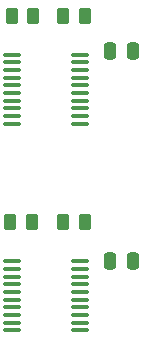
<source format=gbr>
%TF.GenerationSoftware,KiCad,Pcbnew,9.0.3-9.0.3-0~ubuntu24.04.1*%
%TF.CreationDate,2025-07-14T18:48:31-05:00*%
%TF.ProjectId,ESP32_LogicAnalyzer,45535033-325f-44c6-9f67-6963416e616c,rev?*%
%TF.SameCoordinates,Original*%
%TF.FileFunction,Paste,Top*%
%TF.FilePolarity,Positive*%
%FSLAX46Y46*%
G04 Gerber Fmt 4.6, Leading zero omitted, Abs format (unit mm)*
G04 Created by KiCad (PCBNEW 9.0.3-9.0.3-0~ubuntu24.04.1) date 2025-07-14 18:48:31*
%MOMM*%
%LPD*%
G01*
G04 APERTURE LIST*
G04 Aperture macros list*
%AMRoundRect*
0 Rectangle with rounded corners*
0 $1 Rounding radius*
0 $2 $3 $4 $5 $6 $7 $8 $9 X,Y pos of 4 corners*
0 Add a 4 corners polygon primitive as box body*
4,1,4,$2,$3,$4,$5,$6,$7,$8,$9,$2,$3,0*
0 Add four circle primitives for the rounded corners*
1,1,$1+$1,$2,$3*
1,1,$1+$1,$4,$5*
1,1,$1+$1,$6,$7*
1,1,$1+$1,$8,$9*
0 Add four rect primitives between the rounded corners*
20,1,$1+$1,$2,$3,$4,$5,0*
20,1,$1+$1,$4,$5,$6,$7,0*
20,1,$1+$1,$6,$7,$8,$9,0*
20,1,$1+$1,$8,$9,$2,$3,0*%
G04 Aperture macros list end*
%ADD10RoundRect,0.250000X0.262500X0.450000X-0.262500X0.450000X-0.262500X-0.450000X0.262500X-0.450000X0*%
%ADD11RoundRect,0.100000X-0.637500X-0.100000X0.637500X-0.100000X0.637500X0.100000X-0.637500X0.100000X0*%
%ADD12RoundRect,0.250000X0.250000X0.475000X-0.250000X0.475000X-0.250000X-0.475000X0.250000X-0.475000X0*%
%ADD13RoundRect,0.250000X-0.262500X-0.450000X0.262500X-0.450000X0.262500X0.450000X-0.262500X0.450000X0*%
G04 APERTURE END LIST*
D10*
%TO.C,R2*%
X145066500Y-100669800D03*
X146891500Y-100669800D03*
%TD*%
%TO.C,R4*%
X140616500Y-100669800D03*
X142441500Y-100669800D03*
%TD*%
D11*
%TO.C,U1*%
X146479000Y-103969800D03*
X146479000Y-104619800D03*
X146479000Y-105269800D03*
X146479000Y-105919800D03*
X146479000Y-106569800D03*
X146479000Y-107219800D03*
X146479000Y-107869800D03*
X146479000Y-108519800D03*
X146479000Y-109169800D03*
X146479000Y-109819800D03*
X140754000Y-109819800D03*
X140754000Y-109169800D03*
X140754000Y-108519800D03*
X140754000Y-107869800D03*
X140754000Y-107219800D03*
X140754000Y-106569800D03*
X140754000Y-105919800D03*
X140754000Y-105269800D03*
X140754000Y-104619800D03*
X140754000Y-103969800D03*
%TD*%
D12*
%TO.C,C1*%
X149079000Y-103894800D03*
X150979000Y-103894800D03*
%TD*%
D13*
%TO.C,R1*%
X142529000Y-83169800D03*
X140704000Y-83169800D03*
%TD*%
D11*
%TO.C,U2*%
X146479000Y-86469800D03*
X146479000Y-87119800D03*
X146479000Y-87769800D03*
X146479000Y-88419800D03*
X146479000Y-89069800D03*
X146479000Y-89719800D03*
X146479000Y-90369800D03*
X146479000Y-91019800D03*
X146479000Y-91669800D03*
X146479000Y-92319800D03*
X140754000Y-92319800D03*
X140754000Y-91669800D03*
X140754000Y-91019800D03*
X140754000Y-90369800D03*
X140754000Y-89719800D03*
X140754000Y-89069800D03*
X140754000Y-88419800D03*
X140754000Y-87769800D03*
X140754000Y-87119800D03*
X140754000Y-86469800D03*
%TD*%
D13*
%TO.C,R3*%
X146891500Y-83169800D03*
X145066500Y-83169800D03*
%TD*%
D12*
%TO.C,C2*%
X149079000Y-86169800D03*
X150979000Y-86169800D03*
%TD*%
M02*

</source>
